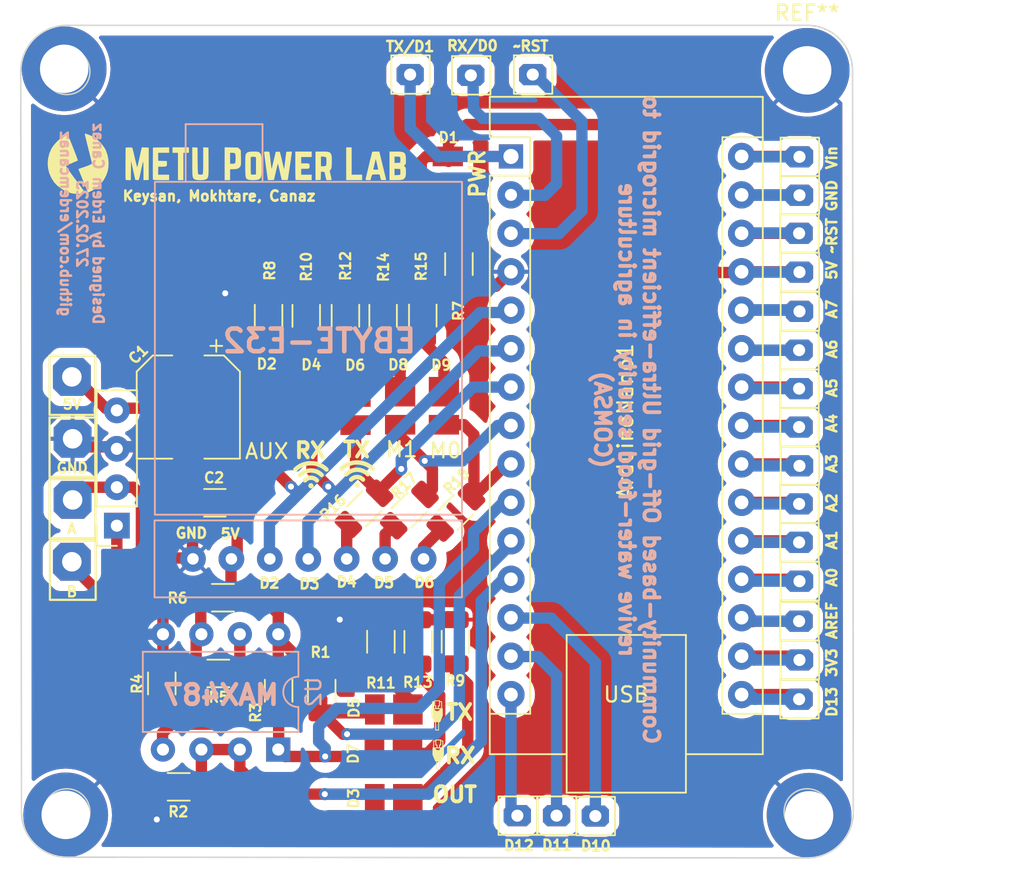
<source format=kicad_pcb>
(kicad_pcb (version 20211014) (generator pcbnew)
  (layers (0 "F.Cu" signal) (31 "B.Cu" signal) (34 "B.Paste" user) (35 "F.Paste" user) (36 "B.SilkS" user "B.Silkscreen") (37 "F.SilkS" user "F.Silkscreen") (38 "B.Mask" user) (39 "F.Mask" user) (44 "Edge.Cuts" user))
  (net 0 "")
  (net 1 "5V")
  (net 2 "GND")
  (net 3 "M0")
  (net 4 "M1")
  (net 5 "EBYTE_TX")
  (net 6 "EBYTE_RX")
  (net 7 "EBYTE_AUX")
  (net 8 "RS485_SS_RX_PIN")
  (net 9 "RS485_SS_TX_PIN")
  (net 10 "RS485_OUTPUT_ENABLE_PIN")
  (net 11 "Net-(D1-Pad1)")
  (net 12 "Net-(D2-Pad1)")
  (net 13 "Net-(D3-Pad1)")
  (net 14 "Net-(D4-Pad1)")
  (net 15 "Net-(D5-Pad1)")
  (net 16 "Net-(D6-Pad1)")
  (net 17 "Net-(D7-Pad1)")
  (net 18 "Net-(D8-Pad1)")
  (net 19 "Net-(D9-Pad1)")
  (net 20 "B")
  (net 21 "A")
  (net 22 "Net-(ArduinoNano1-Pad1)")
  (net 23 "Net-(ArduinoNano1-Pad2)")
  (net 24 "Net-(ArduinoNano1-Pad3)")
  (net 25 "Net-(ArduinoNano1-Pad13)")
  (net 26 "Net-(ArduinoNano1-Pad14)")
  (net 27 "Net-(ArduinoNano1-Pad15)")
  (net 28 "Net-(ArduinoNano1-Pad16)")
  (net 29 "Net-(ArduinoNano1-Pad17)")
  (net 30 "Net-(ArduinoNano1-Pad18)")
  (net 31 "Net-(ArduinoNano1-Pad19)")
  (net 32 "Net-(ArduinoNano1-Pad20)")
  (net 33 "Net-(ArduinoNano1-Pad21)")
  (net 34 "Net-(ArduinoNano1-Pad22)")
  (net 35 "Net-(ArduinoNano1-Pad23)")
  (net 36 "Net-(ArduinoNano1-Pad24)")
  (net 37 "Net-(ArduinoNano1-Pad25)")
  (net 38 "Net-(ArduinoNano1-Pad26)")
  (net 39 "Net-(ArduinoNano1-Pad28)")
  (net 40 "Net-(ArduinoNano1-Pad29)")
  (net 41 "Net-(ArduinoNano1-Pad30)")
  (net 42 "Net-(ArduinoNano1-Pad7)")
  (net 43 "Net-(ArduinoNano1-Pad8)")
  (net 44 "Net-(ArduinoNano1-Pad9)")
  (footprint "Capacitor_SMD:CP_Elec_6.3x5.2" (layer "F.Cu") (at 24.0284 38.1762 -90)
    (fp_text reference "C1")
    (fp_text value "47uF")
  )
  (footprint "Device_1_project_footprints:single_via" (layer "F.Cu") (at 64.389 54.864)
    (fp_text reference "U21" hide)
    (fp_text value "signle_via")
  )
  (footprint "LOGO" (layer "F.Cu") (at 32.131043 42.704185)
    (fp_text reference "G***" hide)
    (fp_text value "LOGO" hide)
  )
  (footprint "Device_1_project_footprints:single_via" (layer "F.Cu") (at 64.3636 36.9316)
    (fp_text reference "U16" hide)
    (fp_text value "signle_via")
  )
  (footprint "Device_1_project_footprints:lm281B-3000K" (layer "F.Cu") (at 41.2496 22.606 -90)
    (fp_text reference "D1")
    (fp_text value "LED")
  )
  (footprint "Device_1_project_footprints:single_via" (layer "F.Cu") (at 64.3636 52.2986)
    (fp_text reference "U10" hide)
    (fp_text value "signle_via")
  )
  (footprint "Device_1_project_footprints:single_via" (layer "F.Cu") (at 64.389 21.6154)
    (fp_text reference "U19" hide)
    (fp_text value "signle_via")
  )
  (footprint "Resistor_SMD:R_1206_3216Metric" (layer "F.Cu") (at 32.8422 56.9214 -90)
    (fp_text reference "R1")
    (fp_text value "10k-PU")
  )
  (footprint "Resistor_SMD:R_1206_3216Metric" (layer "F.Cu") (at 31.8202 32.1499 90)
    (fp_text reference "R10")
    (fp_text value "3.3k")
  )
  (footprint "Connector_PinSocket_2.54mm:PinSocket_1x04_P2.54mm_Vertical" (layer "F.Cu") (at 19.3044 46.0148 180)
    (fp_text reference "J1" hide)
    (fp_text value "Conn_01x04_Female")
  )
  (footprint "Device_1_project_footprints:single_via" (layer "F.Cu") (at 50.9016 65.1764)
    (fp_text reference "U3" hide)
    (fp_text value "signle_via")
  )
  (footprint "Device_1_project_footprints:single_via" (layer "F.Cu") (at 64.3636 44.5516)
    (fp_text reference "U13" hide)
    (fp_text value "signle_via")
  )
  (footprint "Device_1_project_footprints:single_via" (layer "F.Cu") (at 64.3636 34.3916)
    (fp_text reference "U17" hide)
    (fp_text value "signle_via")
  )
  (footprint "Resistor_SMD:R_1206_3216Metric" (layer "F.Cu") (at 36.7538 53.6849 90)
    (fp_text reference "R11")
    (fp_text value "3.3k")
  )
  (footprint "Device_1_project_footprints:lm281B-3000K" (layer "F.Cu") (at 40.8432 38.354 90)
    (fp_text reference "D9")
    (fp_text value "LED")
  )
  (footprint "Resistor_SMD:R_1206_3216Metric" (layer "F.Cu") (at 38.6334 44.9834 -135)
    (fp_text reference "R17")
    (fp_text value "3.3k")
  )
  (footprint "Device_1_project_footprints:lm281B-3000K" (layer "F.Cu") (at 37.338 64.008)
    (fp_text reference "D3")
    (fp_text value "LED")
  )
  (footprint "" (layer "F.Cu") (at 15.9258 65.1256)
    (fp_text reference "")
    (fp_text value "")
  )
  (footprint "Device_1_project_footprints:single_via" (layer "F.Cu") (at 64.389 49.657)
    (fp_text reference "U11" hide)
    (fp_text value "signle_via")
  )
  (footprint "" (layer "F.Cu") (at 15.8242 15.8242)
    (fp_text reference "")
    (fp_text value "")
  )
  (footprint "LOGO" (layer "F.Cu") (at 40.4622 58.547)
    (fp_text reference "G***" hide)
    (fp_text value "LOGO" hide)
  )
  (footprint "Resistor_SMD:R_1206_3216Metric" (layer "F.Cu") (at 39.2176 53.6956 90)
    (fp_text reference "R13")
    (fp_text value "3.3k")
  )
  (footprint "Capacitor_SMD:C_1206_3216Metric" (layer "F.Cu") (at 25.781 44.5008 180)
    (fp_text reference "C2")
    (fp_text value "100nF")
  )
  (footprint "Resistor_SMD:R_1206_3216Metric" (layer "F.Cu") (at 26.3144 50.7746)
    (fp_text reference "R6")
    (fp_text value "20k-PU")
  )
  (footprint "Device_1_project_footprints:single_via" (layer "F.Cu") (at 64.3636 57.4548)
    (fp_text reference "U6" hide)
    (fp_text value "signle_via")
  )
  (footprint "Resistor_SMD:R_1206_3216Metric" (layer "F.Cu") (at 29.331 32.1429 90)
    (fp_text reference "R8")
    (fp_text value "3.3k")
  )
  (footprint "Resistor_SMD:R_1206_3216Metric" (layer "F.Cu") (at 36.9002 32.1429 90)
    (fp_text reference "R14")
    (fp_text value "3.3k")
  )
  (footprint "Resistor_SMD:R_1206_3216Metric" (layer "F.Cu") (at 41.91 28.7274 -90)
    (fp_text reference "R7")
    (fp_text value "3.3k")
  )
  (footprint "Device_1_project_footprints:single_via" (layer "F.Cu") (at 64.3636 47.0916)
    (fp_text reference "U12" hide)
    (fp_text value "signle_via")
  )
  (footprint "Device_1_project_footprints:lm281B-6500K" (layer "F.Cu") (at 37.62275 61.8236)
    (fp_text reference "D7")
    (fp_text value "LED")
  )
  (footprint "LOGO" (layer "F.Cu") (at 26.8732 22.098)
    (fp_text reference "G***" hide)
    (fp_text value "LOGO" hide)
  )
  (footprint "Resistor_SMD:R_1206_3216Metric" (layer "F.Cu") (at 26.0096 55.7784 180)
    (fp_text reference "R5")
    (fp_text value "120")
  )
  (footprint "Device_1_project_footprints:single_via" (layer "F.Cu") (at 64.389 29.2354)
    (fp_text reference "U20" hide)
    (fp_text value "signle_via")
  )
  (footprint "Device_1_project_footprints:single_via" (layer "F.Cu") (at 64.389 31.8262)
    (fp_text reference "U18" hide)
    (fp_text value "signle_via")
  )
  (footprint "Resistor_SMD:R_1206_3216Metric" (layer "F.Cu") (at 29.9974 56.9214 -90)
    (fp_text reference "R3")
    (fp_text value "10k-PU")
  )
  (footprint "Resistor_SMD:R_1206_3216Metric" (layer "F.Cu") (at 41.7068 45.1358 -135)
    (fp_text reference "R18")
    (fp_text value "3.3k")
  )
  (footprint "Device_1_project_footprints:single_via" (layer "F.Cu") (at 64.3636 39.4716)
    (fp_text reference "U15" hide)
    (fp_text value "signle_via")
  )
  (footprint "Module:Arduino_Nano" (layer "F.Cu") (at 45.349 21.6154)
    (fp_text reference "ArduinoNano1")
    (fp_text value "Arduino_Nano_v2.x")
  )
  (footprint "Resistor_SMD:R_1206_3216Metric" (layer "F.Cu") (at 34.411 32.1429 90)
    (fp_text reference "R12")
    (fp_text value "3.3k")
  )
  (footprint "Resistor_SMD:R_1206_3216Metric" (layer "F.Cu") (at 39.5224 32.131 90)
    (fp_text reference "R15")
    (fp_text value "3.3k")
  )
  (footprint "LOGO" (layer "F.Cu") (at 40.5384 61.1378)
    (fp_text reference "G***" hide)
    (fp_text value "LOGO" hide)
  )
  (footprint "Device_1_project_footprints:single_via" (layer "F.Cu") (at 64.3636 26.67)
    (fp_text reference "U8" hide)
    (fp_text value "signle_via")
  )
  (footprint "Resistor_SMD:R_1206_3216Metric" (layer "F.Cu") (at 35.6362 44.9072 -135)
    (fp_text reference "R16")
    (fp_text value "3.3k")
  )
  (footprint "Resistor_SMD:R_1206_3216Metric" (layer "F.Cu") (at 23.3934 63.2714)
    (fp_text reference "R2")
    (fp_text value "10k-PD")
  )
  (footprint "Device_1_project_footprints:single_via" (layer "F.Cu") (at 38.6588 16.1798)
    (fp_text reference "U22" hide)
    (fp_text value "signle_via")
  )
  (footprint "Device_1_project_footprints:single_via" (layer "F.Cu") (at 48.3362 65.151)
    (fp_text reference "U4" hide)
    (fp_text value "signle_via")
  )
  (footprint "Device_1_project_footprints:lm281B-3000K" (layer "F.Cu") (at 37.9476 38.354 90)
    (fp_text reference "D8")
    (fp_text value "LED")
  )
  (footprint "Resistor_SMD:R_1206_3216Metric" (layer "F.Cu") (at 41.6814 53.6849 90)
    (fp_text reference "R9")
    (fp_text value "3.3k")
  )
  (footprint "Device_1_project_footprints:single_via" (layer "F.Cu") (at 46.7614 16.1798)
    (fp_text reference "U9" hide)
    (fp_text value "signle_via")
  )
  (footprint "" (layer "F.Cu") (at 65.0494 65.151)
    (fp_text reference "")
    (fp_text value "")
  )
  (footprint "Device_1_project_footprints:lm281B-6500K" (layer "F.Cu") (at 35.8394 38.0746 90)
    (fp_text reference "D6")
    (fp_text value "LED")
  )
  (footprint "Device_1_project_footprints:lm281B-6500K" (layer "F.Cu") (at 37.64815 58.922)
    (fp_text reference "D5")
    (fp_text value "LED")
  )
  (footprint "MountingHole:MountingHole_3.2mm_M3_DIN965_Pad" (layer "F.Cu") (at 64.9224 15.9258)
    (fp_text reference "REF**")
    (fp_text value "MountingHole_3.2mm_M3_DIN965_Pad")
  )
  (footprint "Device_1_project_footprints:single_via" (layer "F.Cu") (at 45.7454 65.151)
    (fp_text reference "U5" hide)
    (fp_text value "signle_via")
  )
  (footprint "Resistor_SMD:R_1206_3216Metric" (layer "F.Cu") (at 22.2758 56.4388 -90)
    (fp_text reference "R4")
    (fp_text value "20k-PD")
  )
  (footprint "LOGO" (layer "F.Cu") (at 35.179043 42.653385)
    (fp_text reference "G***" hide)
    (fp_text value "LOGO" hide)
  )
  (footprint "Device_1_project_footprints:lm281B-6500K" (layer "F.Cu") (at 32.9184 38.0492 90)
    (fp_text reference "D4")
    (fp_text value "LED")
  )
  (footprint "Device_1_project_footprints:single_via" (layer "F.Cu") (at 64.389 42.037)
    (fp_text reference "U14" hide)
    (fp_text value "signle_via")
  )
  (footprint "Device_1_project_footprints:single_via" (layer "F.Cu") (at 42.672 16.2306)
    (fp_text reference "U23" hide)
    (fp_text value "signle_via")
  )
  (footprint "Device_1_project_footprints:output_vias" (layer "F.Cu") (at 16.2306 43.1673)
    (fp_text reference "J2" hide)
    (fp_text value "Conn_01x04_Female")
  )
  (footprint "Device_1_project_footprints:single_via" (layer "F.Cu") (at 64.389 24.1554)
    (fp_text reference "U7" hide)
    (fp_text value "signle_via")
  )
  (footprint "Device_1_project_footprints:lm281B-3000K" (layer "F.Cu") (at 29.1592 38.354 90)
    (fp_text reference "D2")
    (fp_text value "LED")
  )
  (footprint "Device_1_project_footprints:EBYTE-E32-433T20D" (layer "B.Cu") (at 31.9532 30.4292)
    (fp_text reference "U1" hide)
    (fp_text value "EBYTE_E32-433T20D")
  )
  (footprint "Package_DIP:DIP-8_W7.62mm" (layer "B.Cu") (at 29.972 60.8076 90)
    (fp_text reference "U2")
    (fp_text value "MAX487E")
  )
  (gr_line (start 12.954 16.002) (end 13.00437 64.9224) (layer "Edge.Cuts") (width 0.1))
  (gr_circle (center 64.9224 64.9224) (end 66.4464 64.9732) (layer "Edge.Cuts") (width 0.1) (fill none))
  (gr_arc (start 67.9704 64.8716) (mid 67.113582 67.04174) (end 64.9732 67.9704) (layer "Edge.Cuts") (width 0.1))
  (gr_circle (center 64.9224 15.9512) (end 66.4464 15.9004) (layer "Edge.Cuts") (width 0.1) (fill none))
  (gr_line (start 16.0528 67.9196) (end 64.9732 67.9704) (layer "Edge.Cuts") (width 0.1))
  (gr_circle (center 16.002 64.9224) (end 14.478 64.9732) (layer "Edge.Cuts") (width 0.1) (fill none))
  (gr_arc (start 16.0528 67.9196) (mid 13.900392 67.05993) (end 13.00437 64.9224) (layer "Edge.Cuts") (width 0.1))
  (gr_arc (start 65.024 12.954001) (mid 67.113004 13.903084) (end 67.919656 16.051109) (layer "Edge.Cuts") (width 0.1))
  (gr_line locked (start 67.9704 64.8716) (end 67.919656 16.051109) (layer "Edge.Cuts") (width 0.1))
  (gr_circle (center 16.002 16.002) (end 17.526 16.002) (layer "Edge.Cuts") (width 0.1) (fill none))
  (gr_line (start 65.024 12.954001) (end 16.002 12.954) (layer "Edge.Cuts") (width 0.1))
  (gr_arc (start 12.954 16.002) (mid 13.846739 13.846739) (end 16.002 12.954) (layer "Edge.Cuts") (width 0.1))
  (gr_text "Designed by Erdem Canaz\n27.02.2023\ngithub.com/erdemcanaz" (at 16.9926 26.0604 270) (layer "B.SilkS") (effects (font (size 0.67 0.67) (thickness 0.1675)) (justify mirror)))
  (gr_text "MAX487" (at 26.1874 57.2008) (layer "B.SilkS") (effects (font (size 1.3 1.3) (thickness 0.3)) (justify mirror)))
  (gr_text "EBYTE-E32" (at 32.6898 33.8074) (layer "B.SilkS") (effects (font (size 1.5 1.5) (thickness 0.3)) (justify mirror)))
  (gr_text "Community-based Off-grid Ultra-efficient microgrid to\nrevive water-food security in agriculture\n(COMSA)" (at 53.0098 39.0144 270) (layer "B.SilkS") (effects (font (size 1 1) (thickness 0.25)) (justify mirror)))
  (gr_text "A2" (at 66.548 44.5008 90) (layer "F.SilkS") (effects (font (size 0.67 0.67) (thickness 0.1675))))
  (gr_text "Keysan, Mokhtare, Canaz" (at 26.0604 24.2316) (layer "F.SilkS") (effects (font (size 0.67 0.67) (thickness 0.1675))))
  (gr_text "AREF" (at 66.548 52.2732 90) (layer "F.SilkS") (effects (font (size 0.67 0.67) (thickness 0.1675))))
  (gr_text "D10" (at 50.9524 67.183) (layer "F.SilkS") (effects (font (size 0.67 0.67) (thickness 0.1675))))
  (gr_text "A1" (at 66.548 46.9646 90) (layer "F.SilkS") (effects (font (size 0.67 0.67) (thickness 0.1675))))
  (gr_text "AUX" (at 29.21 41.0972) (layer "F.SilkS") (effects (font (size 1 1))))
  (gr_text "D6" (at 39.624 49.7586) (layer "F.SilkS") (effects (font (size 0.67 0.67) (thickness 0.1675))))
  (gr_text "A0" (at 66.548 49.4284 90) (layer "F.SilkS") (effects (font (size 0.67 0.67) (thickness 0.1675))))
  (gr_text "M1" (at 38.1254 40.9702) (layer "F.SilkS") (effects (font (size 1 1))))
  (gr_text "D11" (at 48.387 67.1322) (layer "F.SilkS") (effects (font (size 0.67 0.67) (thickness 0.1675))))
  (gr_text "A7" (at 66.548 31.6992 90) (layer "F.SilkS") (effects (font (size 0.67 0.67) (thickness 0.1675))))
  (gr_text "RX/D0" (at 42.799 14.3002) (layer "F.SilkS") (effects (font (size 0.67 0.67) (thickness 0.1675))))
  (gr_text "~RST" (at 46.6598 14.3256) (layer "F.SilkS") (effects (font (size 0.67 0.67) (thickness 0.1675))))
  (gr_text "RX" (at 32.0802 41.0464) (layer "F.SilkS") (effects (font (size 1 1) (thickness 0.25))))
  (gr_text "D3" (at 32.0294 49.8602) (layer "F.SilkS") (effects (font (size 0.67 0.67) (thickness 0.1675))))
  (gr_text "TX" (at 41.9354 58.3438) (layer "F.SilkS") (effects (font (size 1 1) (thickness 0.25))))
  (gr_text "D5" (at 36.957 49.784) (layer "F.SilkS") (effects (font (size 0.67 0.67) (thickness 0.1675))))
  (gr_text "~RST" (at 66.548 26.8478 90) (layer "F.SilkS") (effects (font (size 0.67 0.67) (thickness 0.1675))))
  (gr_text "D12" (at 45.8724 67.1576) (layer "F.SilkS") (effects (font (size 0.67 0.67) (thickness 0.1675))))
  (gr_text "A3" (at 66.548 41.91 90) (layer "F.SilkS") (effects (font (size 0.67 0.67) (thickness 0.1675))))
  (gr_text "5V" (at 66.548 29.1338 90) (layer "F.SilkS") (effects (font (size 0.67 0.67) (thickness 0.1675))))
  (gr_text "RX" (at 41.9862 61.214) (layer "F.SilkS") (effects (font (size 1 1) (thickness 0.25))))
  (gr_text "GND" (at 66.548 24.2062 90) (layer "F.SilkS") (effects (font (size 0.67 0.67) (thickness 0.1675))))
  (gr_text "D4" (at 34.4932 49.7332) (layer "F.SilkS") (effects (font (size 0.67 0.67) (thickness 0.1675))))
  (gr_text "A5" (at 66.548 36.9062 90) (layer "F.SilkS") (effects (font (size 0.67 0.67) (thickness 0.1675))))
  (gr_text "GND" (at 24.2316 46.5074) (layer "F.SilkS") (effects (font (size 0.67 0.67) (thickness 0.1675))))
  (gr_text "PWR" (at 43.1292 22.7584 90) (layer "F.SilkS") (effects (font (size 1 1) (thickness 0.2))))
  (gr_text "OUT" (at 41.6306 63.7794) (layer "F.SilkS") (effects (font (size 1 1) (thickness 0.25))))
  (gr_text "5V" (at 26.797 46.5582) (layer "F.SilkS") (effects (font (size 0.67 0.67) (thickness 0.1675))))
  (gr_text "A6" (at 66.548 34.3408 90) (layer "F.SilkS") (effects (font (size 0.67 0.67) (thickness 0.1675))))
  (gr_text "TX" (at 35.1282 40.9956) (layer "F.SilkS") (effects (font (size 1 1) (thickness 0.25))))
  (gr_text "M0" (at 41.021 41.0464) (layer "F.SilkS") (effects (font (size 1 1))))
  (gr_text "D2" (at 29.3878 49.8094) (layer "F.SilkS") (effects (font (size 0.67 0.67) (thickness 0.1675))))
  (gr_text "Vin" (at 66.548 21.6916 90) (layer "F.SilkS") (effects (font (size 0.67 0.67) (thickness 0.1675))))
  (gr_text "TX/D1" (at 38.6842 14.351) (layer "F.SilkS") (effects (font (size 0.67 0.67) (thickness 0.1675))))
  (gr_text "D13" (at 66.548 57.658 90) (layer "F.SilkS") (effects (font (size 0.67 0.67) (thickness 0.1675))))
  (gr_text "A4" (at 66.548 39.243 90) (layer "F.SilkS") (effects (font (size 0.67 0.67) (thickness 0.1675))))
  (gr_text "3V3" (at 66.548 55.0672 90) (layer "F.SilkS") (effects (font (size 0.67 0.67) (thickness 0.1675))))
  (segment (start 58.0136 21.209) (end 58.0136 28.3464) (width 0.75) (layer "F.Cu") (net 1))
  (segment (start 24.384 36.2204) (end 24.384 30.0736) (width 0.75) (layer "F.Cu") (net 1))
  (segment (start 28.9052 50.7746) (end 29.972 51.8414) (width 0.75) (layer "F.Cu") (net 1))
  (segment (start 29.972 51.8414) (end 29.972 53.1876) (width 0.75) (layer "F.Cu") (net 1))
  (segment (start 31.9893 55.4589) (end 32.8422 55.4589) (width 0.75) (layer "F.Cu") (net 1))
  (segment (start 16.3068 35.9918) (end 18.5674 38.2524) (width 0.75) (layer "F.Cu") (net 1))
  (segment (start 27.256 44.5008) (end 27.256 42.8008) (width 0.75) (layer "F.Cu") (net 1))
  (segment (start 42.4434 19.5072) (end 56.3118 19.5072) (width 0.75) (layer "F.Cu") (net 1))
  (segment (start 29.972 53.4416) (end 31.9893 55.4589) (width 0.75) (layer "F.Cu") (net 1))
  (segment (start 26.8478 49.8455) (end 27.7769 50.7746) (width 0.75) (layer "F.Cu") (net 1))
  (segment (start 35.9156 28.2448) (end 39.4208 24.7396) (width 0.75) (layer "F.Cu") (net 1))
  (segment (start 26.5938 42.1386) (end 26.5938 37.465) (width 0.75) (layer "F.Cu") (net 1))
  (segment (start 39.751 21.6154) (end 41.1734 21.6154) (width 0.75) (layer "F.Cu") (net 1))
  (segment (start 29.972 55.4335) (end 29.9974 55.4589) (width 0.75) (layer "F.Cu") (net 1))
  (segment (start 27.256 44.5008) (end 27.256 47.7436) (width 0.75) (layer "F.Cu") (net 1))
  (segment (start 56.3118 19.5072) (end 58.0136 21.209) (width 0.75) (layer "F.Cu") (net 1))
  (segment (start 29.972 53.1876) (end 29.972 53.4416) (width 0.75) (layer "F.Cu") (net 1))
  (segment (start 39.4208 24.7396) (end 39.4208 21.9456) (width 0.75) (layer "F.Cu") (net 1))
  (segment (start 27.7769 50.7746) (end 28.9052 50.7746) (width 0.75) (layer "F.Cu") (net 1))
  (segment (start 64.389 29.2354) (end 64.4144 29.2608) (width 0.75) (layer "F.Cu") (net 1))
  (segment (start 29.972 53.1876) (end 29.972 55.4335) (width 0.75) (layer "F.Cu") (net 1))
  (segment (start 39.4208 21.9456) (end 39.751 21.6154) (width 0.75) (layer "F.Cu") (net 1))
  (segment (start 26.8478 48.1518) (end 26.8478 49.8455) (width 0.75) (layer "F.Cu") (net 1))
  (segment (start 27.256 42.8008) (end 26.5938 42.1386) (width 0.75) (layer "F.Cu") (net 1))
  (segment (start 18.5674 38.2524) (end 22.352 38.2524) (width 0.75) (layer "F.Cu") (net 1))
  (segment (start 24.5304 35.4016) (end 24.3586 35.4016) (width 0.75) (layer "F.Cu") (net 1))
  (segment (start 60.589 29.2354) (end 64.389 29.2354) (width 0.75) (layer "F.Cu") (net 1))
  (segment (start 26.2128 28.2448) (end 35.9156 28.2448) (width 0.75) (layer "F.Cu") (net 1))
  (segment (start 58.9534 29.2862) (end 60.4874 29.2862) (width 0.75) (layer "F.Cu") (net 1))
  (segment (start 22.352 38.2524) (end 24.384 36.2204) (width 0.75) (layer "F.Cu") (net 1))
  (segment (start 41.2242 20.7264) (end 42.4434 19.5072) (width 0.75) (layer "F.Cu") (net 1))
  (segment (start 24.384 30.0736) (end 26.2128 28.2448) (width 0.75) (layer "F.Cu") (net 1))
  (segment (start 58.0136 28.3464) (end 58.9534 29.2862) (width 0.75) (layer "F.Cu") (net 1))
  (segment (start 26.5938 37.465) (end 24.5304 35.4016) (width 0.75) (layer "F.Cu") (net 1))
  (segment (start 41.2242 21.9456) (end 41.2242 20.7264) (width 0.75) (layer "F.Cu") (net 1))
  (segment (start 27.256 47.7436) (end 26.8478 48.1518) (width 0.75) (layer "F.Cu") (net 1))
  (segment (start 61.1986 29.2608) (end 64.262 29.2608) (width 0.75) (layer "B.Cu") (net 1))
  (segment (start 64.389 29.2862) (end 64.4144 29.2608) (width 0.75) (layer "B.Cu") (net 1))
  (segment (start 26.4894 30.6804) (end 26.4668 30.6578) (width 0.75) (layer "F.Cu") (net 2))
  (segment (start 18.8472 40.8078) (end 16.246 40.8078) (width 0.75) (layer "F.Cu") (net 2))
  (segment (start 24.306 43.6862) (end 24.003 43.3832) (width 0.75) (layer "F.Cu") (net 2))
  (segment (start 24.1648 40.8078) (end 24.3586 41.0016) (width 0.75) (layer "F.Cu") (net 2))
  (segment (start 21.9456 63.2861) (end 21.9309 63.2714) (width 0.75) (layer "F.Cu") (net 2))
  (segment (start 36.9002 30.6804) (end 39.5105 30.6804) (width 0.75) (layer "F.Cu") (net 2))
  (segment (start 39.2176 52.2331) (end 41.6707 52.2331) (width 0.75) (layer "F.Cu") (net 2))
  (segment (start 24.306 44.5008) (end 24.306 48.15) (width 0.75) (layer "F.Cu") (net 2))
  (segment (start 34.3826 30.652) (end 34.411 30.6804) (width 0.75) (layer "F.Cu") (net 2))
  (segment (start 29.331 30.6804) (end 31.8132 30.6804) (width 0.75) (layer "F.Cu") (net 2))
  (segment (start 39.5105 30.6804) (end 39.5224 30.6685) (width 0.75) (layer "F.Cu") (net 2))
  (segment (start 31.737 30.6042) (end 31.8202 30.6874) (width 0.75) (layer "F.Cu") (net 2))
  (segment (start 39.5224 30.6685) (end 41.4314 30.6685) (width 0.75) (layer "F.Cu") (net 2))
  (segment (start 39.2069 52.2224) (end 39.2176 52.2331) (width 0.75) (layer "F.Cu") (net 2))
  (segment (start 23.0698 48.1518) (end 22.352 48.8696) (width 0.75) (layer "F.Cu") (net 2))
  (segment (start 34.4872 30.7566) (end 34.411 30.6804) (width 0.75) (layer "F.Cu") (net 2))
  (segment (start 21.9456 65.4304) (end 21.9456 63.2861) (width 0.75) (layer "F.Cu") (net 2))
  (segment (start 31.8202 30.6874) (end 34.404 30.6874) (width 0.75) (layer "F.Cu") (net 2))
  (segment (start 24.5618 48.4058) (end 24.3078 48.1518) (width 0.75) (layer "F.Cu") (net 2))
  (segment (start 29.331 30.6804) (end 26.4894 30.6804) (width 0.75) (layer "F.Cu") (net 2))
  (segment (start 24.003 43.3832) (end 24.003 41.0016) (width 0.75) (layer "F.Cu") (net 2))
  (segment (start 41.4314 30.6685) (end 41.91 30.1899) (width 0.75) (layer "F.Cu") (net 2))
  (segment (start 34.404 30.6874) (end 34.411 30.6804) (width 0.75) (layer "F.Cu") (net 2))
  (segment (start 24.306 44.5008) (end 24.306 43.6862) (width 0.75) (layer "F.Cu") (net 2))
  (segment (start 22.352 48.8696) (end 22.352 53.1876) (width 0.75) (layer "F.Cu") (net 2))
  (segment (start 36.7538 52.2224) (end 39.2069 52.2224) (width 0.75) (layer "F.Cu") (net 2))
  (segment (start 37.0743 30.6804) (end 36.9002 30.6804) (width 0.75) (layer "F.Cu") (net 2))
  (segment (start 36.9002 30.6804) (end 34.411 30.6804) (width 0.75) (layer "F.Cu") (net 2))
  (segment (start 34.036 52.2224) (end 36.7538 52.2224) (width 0.75) (layer "F.Cu") (net 2))
  (segment (start 24.3078 48.1518) (end 23.0698 48.1518) (width 0.75) (layer "F.Cu") (net 2))
  (segment (start 29.23 30.7814) (end 29.331 30.6804) (width 0.75) (layer "F.Cu") (net 2))
  (segment (start 22.352 54.9001) (end 22.2758 54.9763) (width 0.75) (layer "F.Cu") (net 2))
  (segment (start 36.824 30.6042) (end 36.9002 30.6804) (width 0.75) (layer "F.Cu") (net 2))
  (segment (start 41.91 30.1899) (end 44.3437 30.1899) (width 0.75) (layer "F.Cu") (net 2))
  (segment (start 31.8132 30.6804) (end 31.8202 30.6874) (width 0.75) (layer "F.Cu") (net 2))
  (segment (start 18.8472 40.8078) (end 24.1648 40.8078) (width 0.75) (layer "F.Cu") (net 2))
  (segment (start 23.9758 47.8198) (end 24.3078 48.1518) (width 0.75) (layer "F.Cu") (net 2))
  (segment (start 41.6707 52.2331) (end 41.6814 52.2224) (width 0.75) (layer "F.Cu") (net 2))
  (segment (start 24.306 48.15) (end 24.3078 48.1518) (width 0.75) (layer "F.Cu") (net 2))
  (segment (start 22.352 53.1876) (end 22.352 54.9001) (width 0.75) (layer "F.Cu") (net 2))
  (segment (start 44.3437 30.1899) (end 45.2474 29.2862) (width 0.75) (layer "F.Cu") (net 2))
  (segment (start 24.003 41.0016) (end 24.0284 40.9762) (width 0.75) (layer "F.Cu") (net 2))
  (via (at 26.4668 30.6578) (size 0.8) (drill 0.4) (layers "F.Cu" "B.Cu") (net 2))
  (via (at 21.9456 65.4304) (size 0.8) (drill 0.4) (layers "F.Cu" "B.Cu") (net 2))
  (via (at 34.036 52.2224) (size 0.8) (drill 0.4) (layers "F.Cu" "B.Cu") (net 2))
  (segment (start 20.8534 65.4304) (end 21.9456 65.4304) (width 0.75) (layer "B.Cu") (net 2))
  (segment (start 20.6756 53.1876) (end 19.939 53.9242) (width 0.75) (layer "B.Cu") (net 2))
  (segment (start 21.2852 33.5788) (end 24.2062 30.6578) (width 0.75) (layer "B.Cu") (net 2))
  (segment (start 19.9644 64.5414) (end 20.8534 65.4304) (width 0.75) (layer "B.Cu") (net 2))
  (segment (start 32.9184 51.1048) (end 34.036 52.2224) (width 0.75) (layer "B.Cu") (net 2))
  (segment (start 21.2852 39.9034) (end 21.2852 33.5788) (width 0.75) (layer "B.Cu") (net 2))
  (segment (start 18.5674 40.7924) (end 20.3962 40.7924) (width 0.75) (layer "B.Cu") (net 2))
  (segment (start 19.939 53.9242) (end 19.939 52.1208) (width 0.75) (layer "B.Cu") (net 2))
  (segment (start 20.955 51.1048) (end 32.9184 51.1048) (width 0.75) (layer "B.Cu") (net 2))
  (segment (start 20.3962 40.7924) (end 21.2852 39.9034) (width 0.75) (layer "B.Cu") (net 2))
  (segment (start 19.939 52.1208) (end 20.955 51.1048) (width 0.75) (layer "B.Cu") (net 2))
  (segment (start 22.352 53.1876) (end 20.6756 53.1876) (width 0.75) (layer "B.Cu") (net 2))
  (segment (start 19.9644 53.9496) (end 19.9644 64.5414) (width 0.75) (layer "B.Cu") (net 2))
  (segment (start 19.939 53.9242) (end 19.9644 53.9496) (width 0.75) (layer "B.Cu") (net 2))
  (segment (start 24.2062 30.6578) (end 26.4668 30.6578) (width 0.75) (layer "B.Cu") (net 2))
  (segment (start 39.5732 47.4218) (end 40.832312 46.162688) (width 0.75) (layer "F.Cu") (net 3))
  (segment (start 39.5732 48.2092) (end 39.5732 47.4218) (width 0.75) (layer "F.Cu") (net 3))
  (segment (start 39.5986 48.101) (end 39.5478 48.1518) (width 0.75) (layer "F.Cu") (net 3))
  (segment (start 37.0332 46.5836) (end 37.599256 46.017544) (width 0.75) (layer "F.Cu") (net 4))
  (segment (start 36.9824 48.1264) (end 37.0078 48.1518) (width 0.75) (layer "F.Cu") (net 4))
  (segment (start 37.0332 48.2092) (end 37.0332 46.5836) (width 0.75) (layer "F.Cu") (net 4))
  (segment (start 32.1564 39.3446) (end 32.192 39.3802) (width 0.75) (layer "F.Cu") (net 5))
  (segment (start 33.274 43.434) (end 32.2174 42.3774) (width 0.75) (layer "F.Cu") (net 5))
  (segment (start 32.192 39.3802) (end 32.192 42.3774) (width 0.75) (layer "F.Cu") (net 5))
  (segment (start 32.2174 42.3774) (end 32.192 42.3774) (width 0.75) (layer "F.Cu") (net 5))
  (via (at 33.274 43.434) (size 0.8) (drill 0.4) (layers "F.Cu" "B.Cu") (net 5))
  (segment (start 43.2054 34.4678) (end 45.5268 34.4678) (width 0.75) (layer "B.Cu") (net 5))
  (segment (start 33.7312 43.942) (end 43.2054 34.4678) (width 0.75) (layer "B.Cu") (net 5))
  (segment (start 31.9278 48.1518) (end 31.9278 45.7454) (width 0.75) (layer "B.Cu") (net 5))
  (segment (start 31.9278 45.7454) (end 33.7312 43.942) (width 0.75) (layer "B.Cu") (net 5))
  (segment (start 33.7312 43.8912) (end 33.274 43.434) (width 0.75) (layer "B.Cu") (net 5))
  (segment (start 33.7312 43.942) (end 33.7312 43.8912) (width 0.75) (layer "B.Cu") (net 5))
  (segment (start 45.5268 34.4678) (end 45.5776 34.417) (width 0.75) (layer "B.Cu") (net 5))
  (segment (start 34.4424 48.1264) (end 34.4678 48.1518) (width 0.75) (layer "F.Cu") (net 6))
  (segment (start 34.4932 48.2092) (end 34.4932 45.9232) (width 0.75) (layer "F.Cu") (net 6))
  (segment (start 29.4132 48.1264) (end 29.3878 48.1518) (width 0.75) (layer "F.Cu") (net 7))
  (segment (start 29.2354 39.3446) (end 29.2354 41.8592) (width 0.75) (layer "F.Cu") (net 7))
  (segment (start 30.8102 43.434) (end 29.2354 41.8592) (width 0.75) (layer "F.Cu") (net 7))
  (via (at 30.8102 43.434) (size 0.8) (drill 0.4) (layers "F.Cu" "B.Cu") (net 7))
  (segment (start 30.8483 44.3865) (end 31.3055 43.9293) (width 0.75) (layer "B.Cu") (net 7))
  (segment (start 45.5268 31.9278) (end 45.5776 31.877) (width 0.75) (layer "B.Cu") (net 7))
  (segment (start 30.8102 43.434) (end 31.3055 43.9293) (width 0.75) (layer "B.Cu") (net 7))
  (segment (start 43.307 31.9278) (end 45.5268 31.9278) (width 0.75) (layer "B.Cu") (net 7))
  (segment (start 31.3055 43.9293) (end 43.307 31.9278) (width 0.75) (layer "B.Cu") (net 7))
  (segment (start 29.3878 48.1518) (end 29.3878 45.847) (width 0.75) (layer "B.Cu") (net 7))
  (segment (start 29.3878 45.847) (end 30.8483 44.3865) (width 0.75) (layer "B.Cu") (net 7))
  (segment (start 29.972 60.8076) (end 30.4292 61.2648) (width 0.75) (layer "F.Cu") (net 8))
  (segment (start 36.12415 61.2648) (end 36.32735 61.0616) (width 0.75) (layer "F.Cu") (net 8))
  (segment (start 33.0708 61.2648) (end 36.12415 61.2648) (width 0.75) (layer "F.Cu") (net 8))
  (segment (start 29.9974 60.7822) (end 29.972 60.8076) (width 0.75) (layer "F.Cu") (net 8))
  (segment (start 30.4292 61.2648) (end 33.0708 61.2648) (width 0.75) (layer "F.Cu") (net 8))
  (segment (start 29.9974 58.3839) (end 29.9974 60.7822) (width 0.75) (layer "F.Cu") (net 8))
  (via (at 33.0708 61.2648) (size 0.8) (drill 0.4) (layers "F.Cu" "B.Cu") (net 8))
  (segment (start 33.0708 60.706) (end 33.0708 61.2648) (width 0.75) (layer "B.Cu") (net 8))
  (segment (start 39.2684 58.0898) (end 33.8328 58.0898) (width 0.75) (layer "B.Cu") (net 8))
  (segment (start 40.6146 56.7436) (end 39.2684 58.0898) (width 0.75) (layer "B.Cu") (net 8))
  (segment (start 42.8752 47.5488) (end 40.6146 49.8094) (width 0.75) (layer "B.Cu") (net 8))
  (segment (start 32.639 59.2836) (end 32.639 60.2742) (width 0.75) (layer "B.Cu") (net 8))
  (segment (start 42.8752 46.4312) (end 42.8752 47.5488) (width 0.75) (layer "B.Cu") (net 8))
  (segment (start 40.6146 49.8094) (end 40.6146 56.7436) (width 0.75) (layer "B.Cu") (net 8))
  (segment (start 44.8056 44.5008) (end 42.8752 46.4312) (width 0.75) (layer "B.Cu") (net 8))
  (segment (start 32.639 60.2742) (end 33.0708 60.706) (width 0.75) (layer "B.Cu") (net 8))
  (segment (start 33.8328 58.0898) (end 32.639 59.2836) (width 0.75) (layer "B.Cu") (net 8))
  (segment (start 36.31665 58.3839) (end 36.35275 58.42) (width 0.75) (layer "F.Cu") (net 9))
  (segment (start 26.67 59.1312) (end 22.9108 59.1312) (width 0.75) (layer "F.Cu") (net 9))
  (segment (start 34.2499 59.7916) (end 32.8422 58.3839) (width 0.75) (layer "F.Cu") (net 9))
  (segment (start 22.3266 59.7154) (end 22.3266 60.7822) (width 0.75) (layer "F.Cu") (net 9))
  (segment (start 34.5186 59.7916) (end 34.2499 59.7916) (width 0.75) (layer "F.Cu") (net 9))
  (segment (start 32.8422 57.4548) (end 32.3342 56.9468) (width 0.75) (layer "F.Cu") (net 9))
  (segment (start 32.8422 58.3839) (end 36.31665 58.3839) (width 0.75) (layer "F.Cu") (net 9))
  (segment (start 32.3342 56.9468) (end 28.8544 56.9468) (width 0.75) (layer "F.Cu") (net 9))
  (segment (start 22.9108 59.1312) (end 22.3266 59.7154) (width 0.75) (layer "F.Cu") (net 9))
  (segment (start 22.3266 60.7822) (end 22.352 60.8076) (width 0.75) (layer "F.Cu") (net 9))
  (segment (start 28.8544 56.9468) (end 26.67 59.1312) (width 0.75) (layer "F.Cu") (net 9))
  (segment (start 32.8422 58.3839) (end 32.8422 57.4548) (width 0.75) (layer "F.Cu") (net 9))
  (via (at 34.5186 59.7916) (size 0.8) (drill 0.4) (layers "F.Cu" "B.Cu") (net 9))
  (segment (start 34.5186 59.7916) (end 40.3352 59.7916) (width 0.75) (layer "B.Cu") (net 9))
  (segment (start 41.9354 50.6476) (end 45.5422 47.0408) (width 0.75) (layer "B.Cu") (net 9))
  (segment (start 45.4406 47.0408) (end 45.476 47.0408) (width 0.75) (layer "B.Cu") (net 9))
  (segment (start 40.3352 59.7916) (end 41.9354 58.1914) (width 0.75) (layer "B.Cu") (net 9))
  (segment (start 41.9354 58.1914) (end 41.9354 50.6476) (width 0.75) (layer "B.Cu") (net 9))
  (segment (start 33.0454 63.754) (end 36.37815 63.754) (width 0.75) (layer "F.Cu") (net 10))
  (segment (start 24.892 60.8076) (end 27.432 60.8076) (width 0.75) (layer "F.Cu") (net 10))
  (segment (start 27.432 62.103) (end 29.083 63.754) (width 0.75) (layer "F.Cu") (net 10))
  (segment (start 27.432 60.8076) (end 27.432 62.103) (width 0.75) (layer "F.Cu") (net 10))
  (segment (start 29.083 63.754) (end 33.0454 63.754) (width 0.75) (layer "F.Cu") (net 10))
  (segment (start 24.892 63.2353) (end 24.8559 63.2714) (width 0.75) (layer "F.Cu") (net 10))
  (segment (start 24.892 60.8076) (end 24.892 63.2353) (width 0.75) (layer "F.Cu") (net 10))
  (via (at 33.0454 63.754) (size 0.8) (drill 0.4) (layers "F.Cu" "B.Cu") (net 10))
  (segment (start 43.3832 60.2742) (end 43.3832 51.0032) (width 0.75) (layer "B.Cu") (net 10))
  (segment (start 39.9034 63.754) (end 43.3832 60.2742) (width 0.75) (layer "B.Cu") (net 10))
  (segment (start 43.3832 51.0032) (end 44.8056 49.5808) (width 0.75) (layer "B.Cu") (net 10))
  (segment (start 33.0454 63.754) (end 39.9034 63.754) (width 0.75) (layer "B.Cu") (net 10))
  (segment (start 41.91 27.2649) (end 42.037 27.1379) (width 0.75) (layer "F.Cu") (net 11))
  (segment (start 42.037 25.0597) (end 41.1988 24.2215) (width 0.75) (layer "F.Cu") (net 11))
  (segment (start 42.037 27.1379) (end 42.037 25.0597) (width 0.75) (layer "F.Cu") (net 11))
  (segment (start 29.331 33.6054) (end 29.331 37.0646) (width 0.75) (layer "F.Cu") (net 12))
  (segment (start 29.331 37.0646) (end 29.2354 37.1602) (width 0.75) (layer "F.Cu") (net 12))
  (segment (start 42.4942 56.4896) (end 42.4942 60.7568) (width 0.75) (layer "F.Cu") (net 13))
  (segment (start 39.497 63.754) (end 38.56255 63.754) (width 0.75) (layer "F.Cu") (net 13))
  (segment (start 41.6814 55.6768) (end 42.4942 56.4896) (width 0.75) (layer "F.Cu") (net 13))
  (segment (start 41.6814 55.1474) (end 41.6814 55.6768) (width 0.75) (layer "F.Cu") (net 13))
  (segment (start 42.4942 60.7568) (end 39.497 63.754) (width 0.75) (layer "F.Cu") (net 13))
  (segment (start 31.8202 36.824) (end 32.1564 37.1602) (width 0.75) (layer "F.Cu") (net 14))
  (segment (start 31.8202 33.6124) (end 31.8202 36.824) (width 0.75) (layer "F.Cu") (net 14))
  (segment (start 31.8202 36.9794) (end 31.8456 37.0048) (width 0.75) (layer "F.Cu") (net 14))
  (segment (start 38.53715 57.40935) (end 38.53715 58.42) (width 0.75) (layer "F.Cu") (net 15))
  (segment (start 36.7538 55.626) (end 38.53715 57.40935) (width 0.75) (layer "F.Cu") (net 15))
  (segment (start 36.7538 55.1474) (end 36.7538 55.626) (width 0.75) (layer "F.Cu") (net 15))
  (segment (start 34.411 36.9794) (end 34.3856 37.0048) (width 0.75) (layer "F.Cu") (net 16))
  (segment (start 34.411 33.6054) (end 34.411 36.5192) (width 0.75) (layer "F.Cu") (net 16))
  (segment (start 34.411 36.5192) (end 35.0774 37.1856) (width 0.75) (layer "F.Cu") (net 16))
  (segment (start 39.2176 55.8038) (end 40.64 57.2262) (width 0.75) (layer "F.Cu") (net 17))
  (segment (start 39.2176 55.1581) (end 39.2176 55.8038) (width 0.75) (layer "F.Cu") (net 17))
  (segment (start 40.64 57.2262) (end 40.64 60.2488) (width 0.75) (layer "F.Cu") (net 17))
  (segment (start 39.8272 61.0616) (end 38.51175 61.0616) (width 0.75) (layer "F.Cu") (net 17))
  (segment (start 40.64 60.2488) (end 39.8272 61.0616) (width 0.75) (layer "F.Cu") (net 17))
  (segment (start 38.53715 61.087) (end 38.51175 61.0616) (width 0.75) (layer "F.Cu") (net 17))
  (segment (start 38.0238 35.7632) (end 38.0238 37.1602) (width 0.75) (layer "F.Cu") (net 18))
  (segment (start 36.9002 34.6396) (end 38.0238 35.7632) (width 0.75) (layer "F.Cu") (net 18))
  (segment (start 36.9002 33.6054) (end 36.9002 34.6396) (width 0.75) (layer "F.Cu") (net 18))
  (segment (start 36.83 33.6756) (end 36.9002 33.6054) (width 0.75) (layer "F.Cu") (net 18))
  (segment (start 39.5224 33.5935) (end 39.5224 33.8328) (width 0.75) (layer "F.Cu") (net 19))
  (segment (start 39.5224 33.8328) (end 40.9194 35.2298) (width 0.75) (layer "F.Cu") (net 19))
  (segment (start 40.9194 35.2298) (end 40.9194 37.1602) (width 0.75) (layer "F.Cu") (net 19))
  (segment (start 39.4522 33.6637) (end 39.5224 33.5935) (width 0.75) (layer "F.Cu") (net 19))
  (segment (start 17.7546 50.6984) (end 19.3044 49.1486) (width 0.75) (layer "F.Cu") (net 20))
  (segment (start 25.4615 57.9013) (end 22.2758 57.9013) (width 0.75) (layer "F.Cu") (net 20))
  (segment (start 27.432 55.7383) (end 27.4721 55.7784) (width 0.75) (layer "F.Cu") (net 20))
  (segment (start 27.0256 55.7784) (end 26.0096 56.7944) (width 0.75) (layer "F.Cu") (net 20))
  (segment (start 27.4721 55.7784) (end 27.0256 55.7784) (width 0.75) (layer "F.Cu") (net 20))
  (segment (start 19.0647 57.9013) (end 17.78 56.6166) (width 0.75) (layer "F.Cu") (net 20))
  (segment (start 17.78 56.6166) (end 17.78 53.0098) (width 0.75) (layer "F.Cu") (net 20))
  (segment (start 26.0096 57.3532) (end 25.4615 57.9013) (width 0.75) (layer "F.Cu") (net 20))
  (segment (start 17.7546 52.9844) (end 17.7546 51.7398) (width 0.75) (layer "F.Cu") (net 20))
  (segment (start 19.3044 49.1486) (end 19.3044 46.0148) (width 0.75) (layer "F.Cu") (net 20))
  (segment (start 27.4721 55.7784) (end 27.4721 56.4495) (width 0.75) (layer "F.Cu") (net 20))
  (segment (start 27.432 53.1876) (end 27.432 55.7383) (width 0.75) (layer "F.Cu") (net 20))
  (segment (start 17.7546 50.0761) (end 16.2052 48.5267) (width 0.75) (layer "F.Cu") (net 20))
  (segment (start 22.2758 57.9013) (end 19.0647 57.9013) (width 0.75) (layer "F.Cu") (net 20))
  (segment (start 26.0096 56.7944) (end 26.0096 57.3532) (width 0.75) (layer "F.Cu") (net 20))
  (segment (start 17.78 53.0098) (end 17.7546 52.9844) (width 0.75) (layer "F.Cu") (net 20))
  (segment (start 17.7546 51.1302) (end 17.7546 51.7398) (width 0.75) (layer "F.Cu") (net 20))
  (segment (start 17.7546 50.6984) (end 17.7546 50.0761) (width 0.75) (layer "F.Cu") (net 20))
  (segment (start 17.7546 51.7398) (end 17.7546 50.6984) (width 0.75) (layer "F.Cu") (net 20))
  (segment (start 19.3044 43.4748) (end 17.2185 43.4748) (width 0.75) (layer "F.Cu") (net 21))
  (segment (start 20.32 50.0888) (end 20.32 55.8038) (width 0.75) (layer "F.Cu") (net 21))
  (segment (start 19.3044 43.4748) (end 20.3862 43.4748) (width 0.75) (layer "F.Cu") (net 21))
  (segment (start 20.3862 43.4748) (end 20.9296 44.0182) (width 0.75) (layer "F.Cu") (net 21))
  (segment (start 20.32 55.8038) (end 20.8788 56.3626) (width 0.75) (layer "F.Cu") (net 21))
  (segment (start 17.2185 43.4748) (end 16.383 44.3103) (width 0.75) (layer "F.Cu") (net 21))
  (segment (start 23.5966 56.3626) (end 24.1808 55.7784) (width 0.75) (layer "F.Cu") (net 21))
  (segment (start 20.8788 56.3626) (end 23.5966 56.3626) (width 0.75) (layer "F.Cu") (net 21))
  (segment (start 20.9296 44.0182) (end 20.9296 49.4792) (width 0.75) (layer "F.Cu") (net 21))
  (segment (start 24.5471 53.5325) (end 24.892 53.1876) (width 0.75) (layer "F.Cu") (net 21))
  (segment (start 24.8519 50.7746) (end 24.8519 53.1475) (width 0.75) (layer "F.Cu") (net 21))
  (segment (start 24.8519 53.1475) (end 24.892 53.1876) (width 0.75) (layer "F.Cu") (net 21))
  (segment (start 24.5471 56.0217) (end 24.5471 55.7784) (width 0.75) (layer "F.Cu") (net 21))
  (segment (start 20.9296 49.4792) (end 20.32 50.0888) (width 0.75) (layer "F.Cu") (net 21))
  (segment (start 24.5471 55.7784) (end 24.5471 53.5325) (width 0.75) (layer "F.Cu") (net 21))
  (segment (start 24.1808 55.7784) (end 24.5471 55.7784) (width 0.75) (layer "F.Cu") (net 21))
  (segment (start 38.6842 19.7612) (end 38.6842 16.2052) (width 0.75) (layer "B.Cu") (net 22))
  (segment (start 40.5638 21.6408) (end 38.6842 19.7612) (width 0.75) (layer "B.Cu") (net 22))
  (segment (start 40.5638 21.6408) (end 40.5892 21.6154) (width 0.75) (layer "B.Cu") (net 22))
  (segment (start 40.5892 21.6154) (end 45.349 21.6154) (width 0.75) (layer "B.Cu") (net 22))
  (segment (start 47.1932 19.1008) (end 43.4848 19.1008) (width 0.75) (layer "B.Cu") (net 23))
  (segment (start 48.3616 20.2692) (end 47.1932 19.1008) (width 0.75) (layer "B.Cu") (net 23))
  (segment (start 47.5996 24.1808) (end 48.3616 23.4188) (width 0.75) (layer "B.Cu") (net 23))
  (segment (start 42.8498 17.8562) (end 42.8498 16.2306) (width 0.75) (layer "B.Cu") (net 23))
  (segment (start 42.8752 17.8816) (end 42.8498 17.8562) (width 0.75) (layer "B.Cu") (net 23))
  (segment (start 43.4848 19.1008) (end 42.8752 18.4912) (width 0.75) (layer "B.Cu") (net 23))
  (segment (start 45.9586 24.1808) (end 47.5996 24.1808) (width 0.75) (layer "B.Cu") (net 23))
  (segment (start 48.3616 23.4188) (end 48.3616 20.2692) (width 0.75) (layer "B.Cu") (net 23))
  (segment (start 42.8752 18.4912) (end 42.8752 17.8816) (width 0.75) (layer "B.Cu") (net 23))
  (segment (start 50.038 19.304) (end 46.9646 16.2306) (width 0.75) (layer "B.Cu") (net 24))
  (segment (start 48.514 26.7208) (end 50.038 25.1968) (width 0.75) (layer "B.Cu") (net 24))
  (segment (start 45.9586 26.7208) (end 48.514 26.7208) (width 0.75) (layer "B.Cu") (net 24))
  (segment (start 50.038 25.1968) (end 50.038 19.304) (width 0.75) (layer "B.Cu") (net 24))
  (segment (start 50.927 55.0418) (end 48.006 52.1208) (width 0.75) (layer "B.Cu") (net 25))
  (segment (start 48.006 52.1208) (end 45.9586 52.1208) (width 0.75) (layer "B.Cu") (net 25))
  (segment (start 50.927 65.2018) (end 50.927 55.0418) (width 0.75) (layer "B.Cu") (net 25))
  (segment (start 47.1424 54.6608) (end 45.9586 54.6608) (width 0.75) (layer "B.Cu") (net 26))
  (segment (start 48.3616 55.88) (end 47.1424 54.6608) (width 0.75) (layer "B.Cu") (net 26))
  (segment (start 48.3616 65.1764) (end 48.3616 55.88) (width 0.75) (layer "B.Cu") (net 26))
  (segment (start 45.349 57.1754) (end 45.349 64.7546) (width 0.75) (layer "B.Cu") (net 27))
  (segment (start 45.349 64.7546) (end 45.7708 65.1764) (width 0.75) (layer "B.Cu") (net 27))
  (segment (start 45.9586 64.9886) (end 45.7708 65.1764) (width 0.75) (layer "B.Cu") (net 27))
  (segment (start 64.0842 57.1754) (end 64.389 57.4802) (width 0.75) (layer "F.Cu") (net 28))
  (segment (start 60.589 57.1754) (end 64.0842 57.1754) (width 0.75) (layer "F.Cu") (net 28))
  (segment (start 64.389 57.4802) (end 61.478 57.4802) (width 0.75) (layer "B.Cu") (net 28))
  (segment (start 61.478 57.4802) (end 61.1986 57.2008) (width 0.75) (layer "B.Cu") (net 28))
  (segment (start 60.8938 57.4802) (end 60.589 57.1754) (width 0.75) (layer "B.Cu") (net 28))
  (segment (start 61.478 57.4802) (end 60.8938 57.4802) (width 0.75) (layer "B.Cu") (net 28))
  (segment (start 60.589 54.6354) (end 64.1604 54.6354) (width 0.75) (layer "F.Cu") (net 29))
  (segment (start 64.1604 54.6354) (end 64.4144 54.8894) (width 0.75) (layer "F.Cu") (net 29))
  (segment (start 60.843 54.8894) (end 60.589 54.6354) (width 0.75) (layer "B.Cu") (net 29))
  (segment (start 61.4272 54.8894) (end 60.843 54.8894) (width 0.75) (layer "B.Cu") (net 29))
  (segment (start 61.4272 54.8894) (end 61.1986 54.6608) (width 0.75) (layer "B.Cu") (net 29))
  (segment (start 64.4144 54.8894) (end 61.4272 54.8894) (width 0.75) (layer "B.Cu") (net 29))
  (segment (start 61.341 52.3494) (end 61.3664 52.324) (width 0.75) (layer "F.Cu") (net 30))
  (segment (start 61.087 52.0954) (end 61.341 52.3494) (width 0.75) (layer "F.Cu") (net 30))
  (segment (start 60.589 52.0954) (end 61.087 52.0954) (width 0.75) (layer "F.Cu") (net 30))
  (segment (start 61.3664 52.324) (end 64.389 52.324) (width 0.75) (layer "F.Cu") (net 30))
  (segment (start 64.389 52.324) (end 61.4018 52.324) (width 0.75) (layer "B.Cu") (net 30))
  (segment (start 61.4018 52.324) (end 61.1986 52.1208) (width 0.75) (layer "B.Cu") (net 30))
  (segment (start 64.2874 49.5554) (end 64.4144 49.6824) (width 0.75) (layer "F.Cu") (net 31))
  (segment (start 60.589 49.5554) (end 64.2874 49.5554) (width 0.75) (layer "F.Cu") (net 31))
  (segment (start 64.4144 49.6824) (end 61.3002 49.6824) (width 0.75) (layer "B.Cu") (net 31))
  (segment (start 61.3002 49.6824) (end 61.1986 49.5808) (width 0.75) (layer "B.Cu") (net 31))
  (segment (start 64.2874 47.0154) (end 64.389 47.117) (width 0.75) (layer "F.Cu") (net 32))
  (segment (start 60.589 47.0154) (end 64.2874 47.0154) (width 0.75) (layer "F.Cu") (net 32))
  (segment (start 64.389 47.117) (end 61.2748 47.117) (width 0.75) (layer "B.Cu") (net 32))
  (segment (start 61.2748 47.117) (end 61.1986 47.0408) (width 0.75) (layer "B.Cu") (net 32))
  (segment (start 60.589 44.4754) (end 64.2874 44.4754) (width 0.75) (layer "F.Cu") (net 33))
  (segment (start 64.2874 44.4754) (end 64.389 44.577) (width 0.75) (layer "F.Cu") (net 33))
  (segment (start 64.389 44.577) (end 61.2748 44.577) (width 0.75) (layer "B.Cu") (net 33))
  (segment (start 61.2748 44.577) (end 61.1986 44.5008) (width 0.75) (layer "B.Cu") (net 33))
  (segment (start 64.2874 41.9354) (end 64.4144 42.0624) (width 0.75) (layer "F.Cu") (net 34))
  (segment (start 60.589 41.9354) (end 64.2874 41.9354) (width 0.75) (layer "F.Cu") (net 34))
  (segment (start 64.4144 42.0624) (end 61.3002 42.0624) (width 0.75) (layer "B.Cu") (net 34))
  (segment (start 61.3002 42.0624) (end 61.1986 41.9608) (width 0.75) (layer "B.Cu") (net 34))
  (segment (start 64.2874 39.3954) (end 64.389 39.497) (width 0.75) (layer "F.Cu") (net 35))
  (segment (start 60.589 39.3954) (end 64.2874 39.3954) (width 0.75) (layer "F.Cu") (net 35))
  (segment (start 64.389 39.497) (end 61.2748 39.497) (width 0.75) (layer "B.Cu") (net 35))
  (segment (start 61.2748 39.497) (end 61.1986 39.4208) (width 0.75) (layer "B.Cu") (net 35))
  (segment (start 64.2874 36.8554) (end 64.389 36.957) (width 0.75) (layer "F.Cu") (net 36))
  (segment (start 60.589 36.8554) (end 64.2874 36.8554) (width 0.75) (layer "F.Cu") (net 36))
  (segment (start 64.389 36.957) (end 61.2748 36.957) (width 0.75) (layer "B.Cu") (net 36))
  (segment (start 61.2748 36.957) (end 61.1986 36.8808) (width 0.75) (layer "B.Cu") (net 36))
  (segment (start 64.389 34.417) (end 60.6906 34.417) (width 0.75) (layer "F.Cu") (net 37))
  (segment (start 60.6906 34.417) (end 60.589 34.3154) (width 0.75) (layer "F.Cu") (net 37))
  (segment (start 61.2748 34.417) (end 61.1986 34.3408) (width 0.75) (layer "B.Cu") (net 37))
  (segment (start 64.389 34.417) (end 61.2748 34.417) (width 0.75) (layer "B.Cu") (net 37))
  (segment (start 64.3382 31.7754) (end 64.4144 31.8516) (width 0.75) (layer "F.Cu") (net 38))
  (segment (start 60.589 31.7754) (end 64.3382 31.7754) (width 0.75) (layer "F.Cu") (net 38))
  (segment (start 61.2494 31.75) (end 61.1986 31.8008) (width 0.75) (layer "B.Cu") (net 38))
  (segment (start 64.262 31.75) (end 61.2494 31.75) (width 0.75) (layer "B.Cu") (net 38))
  (segment (start 60.589 26.6954) (end 64.389 26.6954) (width 0.75) (layer "F.Cu") (net 39))
  (segment (start 61.2494 26.67) (end 61.1986 26.7208) (width 0.75) (layer "B.Cu") (net 39))
  (segment (start 64.262 26.67) (end 61.2494 26.67) (width 0.75) (layer "B.Cu") (net 39))
  (segment (start 64.389 24.1554) (end 64.4144 24.1808) (width 0.75) (layer "F.Cu") (net 40))
  (segment (start 60.589 24.1554) (end 64.389 24.1554) (width 0.75) (layer "F.Cu") (net 40))
  (segment (start 61.1986 24.1808) (end 64.262 24.1808) (width 0.75) (layer "B.Cu") (net 40))
  (segment (start 64.389 24.2062) (end 64.4144 24.1808) (width 0.75) (layer "B.Cu") (net 40))
  (segment (start 64.389 21.6154) (end 64.4144 21.6408) (width 0.75) (layer "F.Cu") (net 41))
  (segment (start 60.589 21.6154) (end 64.389 21.6154) (width 0.75) (layer "F.Cu") (net 41))
  (segment (start 64.389 21.6662) (end 64.4144 21.6408) (width 0.75) (layer "B.Cu") (net 41))
  (segment (start 61.1986 21.6408) (end 64.262 21.6408) (width 0.75) (layer "B.Cu") (net 41))
  (segment (start 36.670344 43.695256) (end 38.1 42.2656) (width 0.75) (layer "F.Cu") (net 42))
  (segment (start 35.0774 42.280112) (end 36.670344 43.873056) (width 0.75) (layer "F.Cu") (net 42))
  (segment (start 36.670344 43.873056) (end 36.670344 43.695256) (width 0.75) (layer "F.Cu") (net 42))
  (segment (start 35.0774 39.37) (end 35.0774 42.280112) (width 0.75) (layer "F.Cu") (net 42))
  (via (at 38.1 42.2656) (size 0.8) (drill 0.4) (layers "F.Cu" "B.Cu") (net 42))
  (segment (start 38.1 41.6052) (end 42.8498 36.8554) (width 0.75) (layer "B.Cu") (net 42))
  (segment (start 45.5268 37.0078) (end 45.5776 36.957) (width 0.75) (layer "B.Cu") (net 42))
  (segment (start 38.1 42.3164) (end 38.1 41.6052) (width 0.75) (layer "B.Cu") (net 42))
  (segment (start 42.8498 36.8554) (end 45.349 36.8554) (width 0.75) (layer "B.Cu") (net 42))
  (segment (start 39.6494 41.7322) (end 40.1574 42.2402) (width 0.75) (layer "F.Cu") (net 43))
  (segment (start 40.1574 42.2402) (end 40.1574 43.6118) (width 0.75) (layer "F.Cu") (net 43))
  (segment (start 38.0238 40.1066) (end 39.6494 41.7322) (width 0.75) (layer "F.Cu") (net 43))
  (segment (start 38.0238 39.3446) (end 38.0238 40.1066) (width 0.75) (layer "F.Cu") (net 43))
  (via (at 39.6494 41.7322) (size 0.8) (drill 0.4) (layers "F.Cu" "B.Cu") (net 43))
  (segment (start 39.6494 41.7322) (end 42.1386 41.7322) (width 0.75) (layer "B.Cu") (net 43))
  (segment (start 42.1386 41.7322) (end 44.4754 39.3954) (width 0.75) (layer "B.Cu") (net 43))
  (segment (start 44.4754 39.3954) (end 45.349 39.3954) (width 0.75) (layer "B.Cu") (net 43))
  (segment (start 42.2402 39.3446) (end 42.9006 40.005) (width 0.75) (layer "F.Cu") (net 44))
  (segment (start 45.0596 41.9354) (end 42.9006 44.0944) (width 0.75) (layer "F.Cu") (net 44))
  (segment (start 42.9006 40.005) (end 42.9006 44.0944) (width 0.75) (layer "F.Cu") (net 44))
  (segment (start 45.349 41.9354) (end 45.0596 41.9354) (width 0.75) (layer "F.Cu") (net 44))
  (segment (start 40.9194 39.3446) (end 42.2402 39.3446) (width 0.75) (layer "F.Cu") (net 44))
  (segment (start 45.5776 42.037) (end 45.5268 42.0878) (width 0.75) (layer "B.Cu") (net 44))
  (zone (net 0) (net_name "") (layer "F.Cu") (connect_pads (clearance 0)) (min_thickness 0.254)
    (keepout (tracks allowed) (vias allowed) (pads allowed) (copperpour not_allowed) (footprints allowed))
    (fill (thermal_gap 0.508) (thermal_bridge_width 0.508))
    (polygon (pts (xy 42.5958 52.4002) (xy 42.6466 55.626) (xy 35.7886 55.499) (xy 35.7632 52.324)))
  )
  (zone (net 2) (net_name "GND") (layers F&B.Cu) (connect_pads (clearance 0.68)) (min_thickness 0.254) (fill yes (thermal_gap 0.256) (thermal_bridge_width 0.256) (smoothing fillet))
    (polygon (pts (xy 68.4276 69.1896) (xy 11.9634 69.4182) (xy 12.7 12.2174) (xy 68.834 12.2174)))
  )
  (zone (net 0) (net_name "") (layer "F.Cu") (connect_pads (clearance 0)) (min_thickness 0.254)
    (keepout (tracks allowed) (vias not_allowed) (pads not_allowed) (copperpour not_allowed) (footprints allowed))
    (fill (thermal_gap 0.256) (thermal_bridge_width 0.256))
    (polygon (pts (xy 64.516 20.3962) (xy 64.4398 58.5724) (xy 60.579 58.5216) (xy 60.452 20.4216)))
  )
)
</source>
